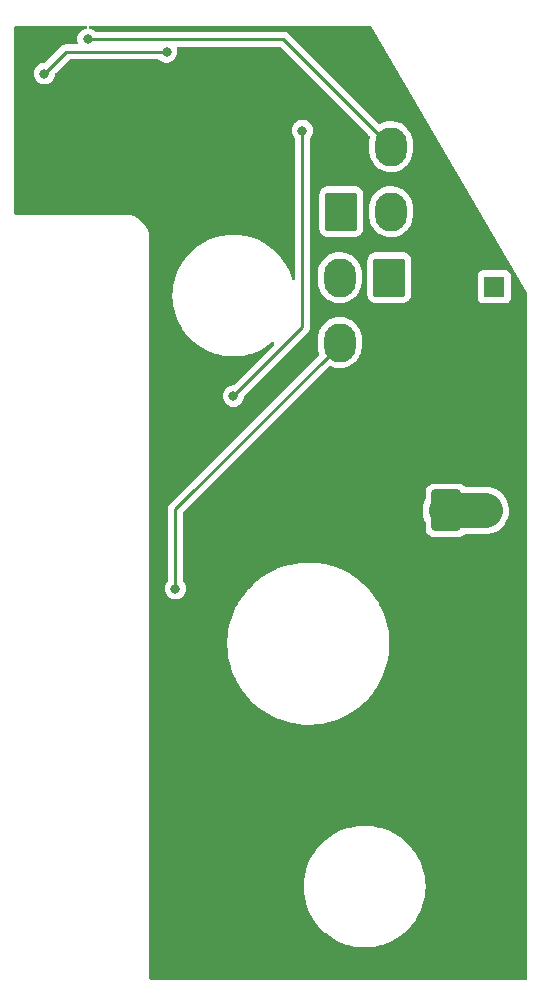
<source format=gbr>
%TF.GenerationSoftware,KiCad,Pcbnew,(6.0.9)*%
%TF.CreationDate,2022-12-16T22:56:41-09:00*%
%TF.ProjectId,PCB_ AV COOL PANEL,5043422c-2041-4562-9043-4f4f4c205041,rev?*%
%TF.SameCoordinates,Original*%
%TF.FileFunction,Copper,L2,Bot*%
%TF.FilePolarity,Positive*%
%FSLAX46Y46*%
G04 Gerber Fmt 4.6, Leading zero omitted, Abs format (unit mm)*
G04 Created by KiCad (PCBNEW (6.0.9)) date 2022-12-16 22:56:41*
%MOMM*%
%LPD*%
G01*
G04 APERTURE LIST*
G04 Aperture macros list*
%AMRoundRect*
0 Rectangle with rounded corners*
0 $1 Rounding radius*
0 $2 $3 $4 $5 $6 $7 $8 $9 X,Y pos of 4 corners*
0 Add a 4 corners polygon primitive as box body*
4,1,4,$2,$3,$4,$5,$6,$7,$8,$9,$2,$3,0*
0 Add four circle primitives for the rounded corners*
1,1,$1+$1,$2,$3*
1,1,$1+$1,$4,$5*
1,1,$1+$1,$6,$7*
1,1,$1+$1,$8,$9*
0 Add four rect primitives between the rounded corners*
20,1,$1+$1,$2,$3,$4,$5,0*
20,1,$1+$1,$4,$5,$6,$7,0*
20,1,$1+$1,$6,$7,$8,$9,0*
20,1,$1+$1,$8,$9,$2,$3,0*%
G04 Aperture macros list end*
%TA.AperFunction,SMDPad,CuDef*%
%ADD10RoundRect,0.250000X1.000000X-1.500000X1.000000X1.500000X-1.000000X1.500000X-1.000000X-1.500000X0*%
%TD*%
%TA.AperFunction,ComponentPad*%
%ADD11R,1.800000X1.800000*%
%TD*%
%TA.AperFunction,ComponentPad*%
%ADD12C,1.800000*%
%TD*%
%TA.AperFunction,ComponentPad*%
%ADD13RoundRect,0.250001X-1.099999X-1.399999X1.099999X-1.399999X1.099999X1.399999X-1.099999X1.399999X0*%
%TD*%
%TA.AperFunction,ComponentPad*%
%ADD14O,2.700000X3.300000*%
%TD*%
%TA.AperFunction,ComponentPad*%
%ADD15RoundRect,0.250001X1.099999X1.399999X-1.099999X1.399999X-1.099999X-1.399999X1.099999X-1.399999X0*%
%TD*%
%TA.AperFunction,ViaPad*%
%ADD16C,1.000000*%
%TD*%
%TA.AperFunction,ViaPad*%
%ADD17C,0.800000*%
%TD*%
%TA.AperFunction,Conductor*%
%ADD18C,3.000000*%
%TD*%
%TA.AperFunction,Conductor*%
%ADD19C,0.250000*%
%TD*%
G04 APERTURE END LIST*
D10*
%TO.P,C1,1*%
%TO.N,/LED+5V*%
X245872000Y-76096000D03*
%TO.P,C1,2*%
%TO.N,/LEDGND*%
X245872000Y-69596000D03*
%TD*%
D11*
%TO.P,D1,1,K*%
%TO.N,Net-(D1-Pad1)*%
X249936000Y-57150000D03*
D12*
%TO.P,D1,2,A*%
%TO.N,/LEDGND*%
X247396000Y-57150000D03*
%TD*%
D13*
%TO.P,J1,1,Pin_1*%
%TO.N,/LED+5V*%
X236982000Y-50800000D03*
D14*
%TO.P,J1,2,Pin_2*%
X241182000Y-50800000D03*
%TO.P,J1,3,Pin_3*%
%TO.N,/LEDGND*%
X236982000Y-45300000D03*
%TO.P,J1,4,Pin_4*%
%TO.N,/DATAIN*%
X241182000Y-45300000D03*
%TD*%
D15*
%TO.P,J2,1,Pin_1*%
%TO.N,/LED+5V*%
X241046000Y-56388000D03*
D14*
%TO.P,J2,2,Pin_2*%
X236846000Y-56388000D03*
%TO.P,J2,3,Pin_3*%
%TO.N,/LEDGND*%
X241046000Y-61888000D03*
%TO.P,J2,4,Pin_4*%
%TO.N,/DATAOUT*%
X236846000Y-61888000D03*
%TD*%
D16*
%TO.N,/LEDGND*%
X224282000Y-42037000D03*
X240702000Y-100621000D03*
X236398000Y-71704000D03*
X215212000Y-42111000D03*
X231902000Y-41783000D03*
X242138000Y-78054000D03*
X231699000Y-78054000D03*
X240741000Y-40462000D03*
X222936000Y-91618000D03*
X245694000Y-83388000D03*
X233426000Y-100584000D03*
X229591000Y-71526000D03*
X245528000Y-72861000D03*
%TO.N,/LED+5V*%
X248262000Y-76096000D03*
X249151000Y-76096000D03*
X247246000Y-76096000D03*
X246357000Y-76096000D03*
D17*
%TO.N,/DATAIN*%
X215519000Y-36195000D03*
%TO.N,/DATAOUT*%
X222936000Y-82728000D03*
%TO.N,Net-(D2-Pad2)*%
X222186500Y-37274500D03*
X211836000Y-39116000D03*
%TO.N,Net-(D5-Pad2)*%
X233680000Y-43942000D03*
X227838000Y-66421000D03*
%TD*%
D18*
%TO.N,/LED+5V*%
X249151000Y-76096000D02*
X249151000Y-76096000D01*
X248262000Y-76096000D02*
X249151000Y-76096000D01*
X247246000Y-76096000D02*
X248262000Y-76096000D01*
X246357000Y-76096000D02*
X247246000Y-76096000D01*
X245872000Y-76096000D02*
X246357000Y-76096000D01*
D19*
%TO.N,/DATAIN*%
X232077000Y-36195000D02*
X215519000Y-36195000D01*
X241182000Y-45300000D02*
X232077000Y-36195000D01*
%TO.N,/DATAOUT*%
X236846000Y-61888000D02*
X236846000Y-62087000D01*
X236846000Y-62087000D02*
X222936000Y-75997000D01*
X222936000Y-75997000D02*
X222936000Y-82728000D01*
%TO.N,Net-(D2-Pad2)*%
X222186500Y-37274500D02*
X213677500Y-37274500D01*
X213677500Y-37274500D02*
X211836000Y-39116000D01*
%TO.N,Net-(D5-Pad2)*%
X233680000Y-43942000D02*
X233680000Y-43942000D01*
X233680000Y-60579000D02*
X233680000Y-43942000D01*
X227838000Y-66421000D02*
X233680000Y-60579000D01*
%TD*%
%TA.AperFunction,Conductor*%
%TO.N,/LEDGND*%
G36*
X215393706Y-35072502D02*
G01*
X215440199Y-35126158D01*
X215450303Y-35196432D01*
X215420809Y-35261012D01*
X215361083Y-35299396D01*
X215351783Y-35301747D01*
X215236712Y-35326206D01*
X215230682Y-35328891D01*
X215230681Y-35328891D01*
X215068278Y-35401197D01*
X215068276Y-35401198D01*
X215062248Y-35403882D01*
X214907747Y-35516134D01*
X214903326Y-35521044D01*
X214903325Y-35521045D01*
X214794203Y-35642238D01*
X214779960Y-35658056D01*
X214684473Y-35823444D01*
X214625458Y-36005072D01*
X214605496Y-36195000D01*
X214625458Y-36384928D01*
X214627498Y-36391206D01*
X214655070Y-36476064D01*
X214657098Y-36547031D01*
X214620435Y-36607829D01*
X214556723Y-36639155D01*
X214535237Y-36641000D01*
X213756267Y-36641000D01*
X213745084Y-36640473D01*
X213737591Y-36638798D01*
X213729665Y-36639047D01*
X213729664Y-36639047D01*
X213669514Y-36640938D01*
X213665555Y-36641000D01*
X213637644Y-36641000D01*
X213633710Y-36641497D01*
X213633709Y-36641497D01*
X213633644Y-36641505D01*
X213621807Y-36642438D01*
X213589990Y-36643438D01*
X213585529Y-36643578D01*
X213577610Y-36643827D01*
X213559954Y-36648956D01*
X213558158Y-36649478D01*
X213538806Y-36653486D01*
X213531735Y-36654380D01*
X213518703Y-36656026D01*
X213511334Y-36658943D01*
X213511332Y-36658944D01*
X213477597Y-36672300D01*
X213466369Y-36676145D01*
X213423907Y-36688482D01*
X213417085Y-36692516D01*
X213417079Y-36692519D01*
X213406468Y-36698794D01*
X213388718Y-36707490D01*
X213377256Y-36712028D01*
X213377251Y-36712031D01*
X213369883Y-36714948D01*
X213363468Y-36719609D01*
X213334125Y-36740927D01*
X213324207Y-36747443D01*
X213305519Y-36758495D01*
X213286137Y-36769958D01*
X213271813Y-36784282D01*
X213256781Y-36797121D01*
X213240393Y-36809028D01*
X213222758Y-36830345D01*
X213212212Y-36843093D01*
X213204222Y-36851873D01*
X211885500Y-38170595D01*
X211823188Y-38204621D01*
X211796405Y-38207500D01*
X211740513Y-38207500D01*
X211734061Y-38208872D01*
X211734056Y-38208872D01*
X211647112Y-38227353D01*
X211553712Y-38247206D01*
X211547682Y-38249891D01*
X211547681Y-38249891D01*
X211385278Y-38322197D01*
X211385276Y-38322198D01*
X211379248Y-38324882D01*
X211224747Y-38437134D01*
X211096960Y-38579056D01*
X211001473Y-38744444D01*
X210942458Y-38926072D01*
X210922496Y-39116000D01*
X210942458Y-39305928D01*
X211001473Y-39487556D01*
X211096960Y-39652944D01*
X211224747Y-39794866D01*
X211379248Y-39907118D01*
X211385276Y-39909802D01*
X211385278Y-39909803D01*
X211547681Y-39982109D01*
X211553712Y-39984794D01*
X211647112Y-40004647D01*
X211734056Y-40023128D01*
X211734061Y-40023128D01*
X211740513Y-40024500D01*
X211931487Y-40024500D01*
X211937939Y-40023128D01*
X211937944Y-40023128D01*
X212024887Y-40004647D01*
X212118288Y-39984794D01*
X212124319Y-39982109D01*
X212286722Y-39909803D01*
X212286724Y-39909802D01*
X212292752Y-39907118D01*
X212447253Y-39794866D01*
X212575040Y-39652944D01*
X212670527Y-39487556D01*
X212729542Y-39305928D01*
X212746907Y-39140706D01*
X212773920Y-39075050D01*
X212783122Y-39064782D01*
X213902999Y-37944905D01*
X213965311Y-37910879D01*
X213992094Y-37908000D01*
X221478300Y-37908000D01*
X221546421Y-37928002D01*
X221565647Y-37944343D01*
X221565920Y-37944040D01*
X221570832Y-37948463D01*
X221575247Y-37953366D01*
X221729748Y-38065618D01*
X221735776Y-38068302D01*
X221735778Y-38068303D01*
X221898181Y-38140609D01*
X221904212Y-38143294D01*
X221997613Y-38163147D01*
X222084556Y-38181628D01*
X222084561Y-38181628D01*
X222091013Y-38183000D01*
X222281987Y-38183000D01*
X222288439Y-38181628D01*
X222288444Y-38181628D01*
X222375387Y-38163147D01*
X222468788Y-38143294D01*
X222474819Y-38140609D01*
X222637222Y-38068303D01*
X222637224Y-38068302D01*
X222643252Y-38065618D01*
X222797753Y-37953366D01*
X222820591Y-37928002D01*
X222921121Y-37816352D01*
X222921122Y-37816351D01*
X222925540Y-37811444D01*
X223021027Y-37646056D01*
X223080042Y-37464428D01*
X223100004Y-37274500D01*
X223080042Y-37084572D01*
X223050430Y-36993436D01*
X223048402Y-36922469D01*
X223085065Y-36861671D01*
X223148777Y-36830345D01*
X223170263Y-36828500D01*
X231762406Y-36828500D01*
X231830527Y-36848502D01*
X231851501Y-36865405D01*
X239358970Y-44372874D01*
X239392996Y-44435186D01*
X239389606Y-44501218D01*
X239375304Y-44544848D01*
X239373882Y-44549186D01*
X239373102Y-44553677D01*
X239373102Y-44553678D01*
X239341525Y-44735547D01*
X239327743Y-44814921D01*
X239323500Y-44900149D01*
X239323500Y-45668512D01*
X239338047Y-45869004D01*
X239339031Y-45873459D01*
X239339031Y-45873462D01*
X239377196Y-46046322D01*
X239396194Y-46132372D01*
X239397812Y-46136642D01*
X239463944Y-46311194D01*
X239491750Y-46384588D01*
X239622714Y-46620368D01*
X239625486Y-46624000D01*
X239739608Y-46773535D01*
X239786343Y-46834773D01*
X239979208Y-47023312D01*
X240197270Y-47182034D01*
X240297031Y-47234521D01*
X240431921Y-47305490D01*
X240431927Y-47305493D01*
X240435961Y-47307615D01*
X240440266Y-47309135D01*
X240440270Y-47309137D01*
X240685967Y-47395902D01*
X240690280Y-47397425D01*
X240818032Y-47422605D01*
X240950428Y-47448700D01*
X240950434Y-47448701D01*
X240954900Y-47449581D01*
X240959453Y-47449808D01*
X240959456Y-47449808D01*
X241219708Y-47462764D01*
X241219714Y-47462764D01*
X241224277Y-47462991D01*
X241492769Y-47437375D01*
X241497203Y-47436290D01*
X241497209Y-47436289D01*
X241750312Y-47374355D01*
X241754750Y-47373269D01*
X242004733Y-47272015D01*
X242237482Y-47135735D01*
X242448119Y-46967284D01*
X242632234Y-46770191D01*
X242785968Y-46548584D01*
X242906101Y-46307106D01*
X242990118Y-46050814D01*
X242990898Y-46046322D01*
X243035601Y-45788860D01*
X243035602Y-45788852D01*
X243036257Y-45785079D01*
X243040500Y-45699851D01*
X243040500Y-44931488D01*
X243025953Y-44730996D01*
X242988247Y-44560213D01*
X242968791Y-44472088D01*
X242968790Y-44472084D01*
X242967806Y-44467628D01*
X242872250Y-44215412D01*
X242741286Y-43979632D01*
X242577657Y-43765227D01*
X242384792Y-43576688D01*
X242166730Y-43417966D01*
X241992450Y-43326273D01*
X241932079Y-43294510D01*
X241932073Y-43294507D01*
X241928039Y-43292385D01*
X241923734Y-43290865D01*
X241923730Y-43290863D01*
X241678033Y-43204098D01*
X241678032Y-43204098D01*
X241673720Y-43202575D01*
X241545968Y-43177395D01*
X241413572Y-43151300D01*
X241413566Y-43151299D01*
X241409100Y-43150419D01*
X241404547Y-43150192D01*
X241404544Y-43150192D01*
X241144292Y-43137236D01*
X241144286Y-43137236D01*
X241139723Y-43137009D01*
X240871231Y-43162625D01*
X240866797Y-43163710D01*
X240866791Y-43163711D01*
X240613688Y-43225645D01*
X240609250Y-43226731D01*
X240359267Y-43327985D01*
X240316961Y-43352756D01*
X240283421Y-43372394D01*
X240214529Y-43389553D01*
X240147296Y-43366742D01*
X240130661Y-43352756D01*
X232580652Y-35802747D01*
X232573112Y-35794461D01*
X232569000Y-35787982D01*
X232519348Y-35741356D01*
X232516507Y-35738602D01*
X232496770Y-35718865D01*
X232493573Y-35716385D01*
X232484551Y-35708680D01*
X232458100Y-35683841D01*
X232452321Y-35678414D01*
X232445375Y-35674595D01*
X232445372Y-35674593D01*
X232434566Y-35668652D01*
X232418047Y-35657801D01*
X232412048Y-35653148D01*
X232402041Y-35645386D01*
X232394772Y-35642241D01*
X232394768Y-35642238D01*
X232361463Y-35627826D01*
X232350813Y-35622609D01*
X232312060Y-35601305D01*
X232292437Y-35596267D01*
X232273734Y-35589863D01*
X232262420Y-35584967D01*
X232262419Y-35584967D01*
X232255145Y-35581819D01*
X232247322Y-35580580D01*
X232247312Y-35580577D01*
X232211476Y-35574901D01*
X232199856Y-35572495D01*
X232164711Y-35563472D01*
X232164710Y-35563472D01*
X232157030Y-35561500D01*
X232136776Y-35561500D01*
X232117065Y-35559949D01*
X232104886Y-35558020D01*
X232097057Y-35556780D01*
X232089165Y-35557526D01*
X232053039Y-35560941D01*
X232041181Y-35561500D01*
X216227200Y-35561500D01*
X216159079Y-35541498D01*
X216139853Y-35525157D01*
X216139580Y-35525460D01*
X216134668Y-35521037D01*
X216130253Y-35516134D01*
X215975752Y-35403882D01*
X215969724Y-35401198D01*
X215969722Y-35401197D01*
X215807319Y-35328891D01*
X215807318Y-35328891D01*
X215801288Y-35326206D01*
X215686218Y-35301747D01*
X215623745Y-35268018D01*
X215589423Y-35205869D01*
X215594151Y-35135030D01*
X215636427Y-35077992D01*
X215702828Y-35052865D01*
X215712415Y-35052500D01*
X239411778Y-35052500D01*
X239479899Y-35072502D01*
X239520582Y-35114957D01*
X252712258Y-57702693D01*
X252729454Y-57766236D01*
X252729454Y-115697541D01*
X252709452Y-115765662D01*
X252655796Y-115812155D01*
X252603454Y-115823541D01*
X220852436Y-115823541D01*
X220784315Y-115803539D01*
X220737822Y-115749883D01*
X220726436Y-115697541D01*
X220726440Y-113100510D01*
X220726447Y-107950010D01*
X233794973Y-107950010D01*
X233814591Y-108399345D01*
X233873297Y-108845261D01*
X233970644Y-109284363D01*
X234105890Y-109713311D01*
X234278008Y-110128838D01*
X234485685Y-110527783D01*
X234727343Y-110907110D01*
X234729007Y-110909278D01*
X234729015Y-110909290D01*
X234999460Y-111261739D01*
X235001142Y-111263931D01*
X235003000Y-111265959D01*
X235003007Y-111265967D01*
X235303146Y-111593512D01*
X235304997Y-111595532D01*
X235307017Y-111597383D01*
X235634562Y-111897522D01*
X235634570Y-111897529D01*
X235636598Y-111899387D01*
X235638790Y-111901069D01*
X235991239Y-112171514D01*
X235991251Y-112171522D01*
X235993419Y-112173186D01*
X236372746Y-112414844D01*
X236771691Y-112622521D01*
X237187218Y-112794639D01*
X237460581Y-112880830D01*
X237613542Y-112929058D01*
X237613549Y-112929060D01*
X237616166Y-112929885D01*
X237618851Y-112930480D01*
X237618850Y-112930480D01*
X238052570Y-113026634D01*
X238052573Y-113026635D01*
X238055268Y-113027232D01*
X238057998Y-113027591D01*
X238058007Y-113027593D01*
X238278226Y-113056585D01*
X238501184Y-113085938D01*
X238769975Y-113097673D01*
X238833567Y-113100450D01*
X238833572Y-113100450D01*
X238834944Y-113100510D01*
X239066094Y-113100510D01*
X239067466Y-113100450D01*
X239067471Y-113100450D01*
X239131063Y-113097673D01*
X239399854Y-113085938D01*
X239622812Y-113056585D01*
X239843031Y-113027593D01*
X239843040Y-113027591D01*
X239845770Y-113027232D01*
X239848465Y-113026635D01*
X239848468Y-113026634D01*
X240282188Y-112930480D01*
X240282187Y-112930480D01*
X240284872Y-112929885D01*
X240287489Y-112929060D01*
X240287496Y-112929058D01*
X240440457Y-112880830D01*
X240713820Y-112794639D01*
X241129347Y-112622521D01*
X241528292Y-112414844D01*
X241907619Y-112173186D01*
X241909787Y-112171522D01*
X241909799Y-112171514D01*
X242262248Y-111901069D01*
X242264440Y-111899387D01*
X242266468Y-111897529D01*
X242266476Y-111897522D01*
X242594021Y-111597383D01*
X242596041Y-111595532D01*
X242597892Y-111593512D01*
X242898031Y-111265967D01*
X242898038Y-111265959D01*
X242899896Y-111263931D01*
X242901578Y-111261739D01*
X243172023Y-110909290D01*
X243172031Y-110909278D01*
X243173695Y-110907110D01*
X243415353Y-110527783D01*
X243623030Y-110128838D01*
X243795148Y-109713311D01*
X243930394Y-109284363D01*
X244027741Y-108845261D01*
X244086447Y-108399345D01*
X244106065Y-107950010D01*
X244086447Y-107500675D01*
X244027741Y-107054759D01*
X243930394Y-106615657D01*
X243795148Y-106186709D01*
X243623030Y-105771182D01*
X243415353Y-105372237D01*
X243173695Y-104992910D01*
X243172031Y-104990742D01*
X243172023Y-104990730D01*
X242901578Y-104638281D01*
X242899896Y-104636089D01*
X242898038Y-104634061D01*
X242898031Y-104634053D01*
X242597892Y-104306508D01*
X242596041Y-104304488D01*
X242594021Y-104302637D01*
X242266476Y-104002498D01*
X242266468Y-104002491D01*
X242264440Y-104000633D01*
X242262248Y-103998951D01*
X241909799Y-103728506D01*
X241909787Y-103728498D01*
X241907619Y-103726834D01*
X241528292Y-103485176D01*
X241129347Y-103277499D01*
X240713820Y-103105381D01*
X240440457Y-103019190D01*
X240287496Y-102970962D01*
X240287489Y-102970960D01*
X240284872Y-102970135D01*
X240200894Y-102951517D01*
X239848468Y-102873386D01*
X239848465Y-102873385D01*
X239845770Y-102872788D01*
X239843040Y-102872429D01*
X239843031Y-102872427D01*
X239622812Y-102843435D01*
X239399854Y-102814082D01*
X239131063Y-102802347D01*
X239067471Y-102799570D01*
X239067466Y-102799570D01*
X239066094Y-102799510D01*
X238834944Y-102799510D01*
X238833572Y-102799570D01*
X238833567Y-102799570D01*
X238769975Y-102802347D01*
X238501184Y-102814082D01*
X238278226Y-102843435D01*
X238058007Y-102872427D01*
X238057998Y-102872429D01*
X238055268Y-102872788D01*
X238052573Y-102873385D01*
X238052570Y-102873386D01*
X237700144Y-102951517D01*
X237616166Y-102970135D01*
X237613549Y-102970960D01*
X237613542Y-102970962D01*
X237460581Y-103019190D01*
X237187218Y-103105381D01*
X236771691Y-103277499D01*
X236372746Y-103485176D01*
X235993419Y-103726834D01*
X235991251Y-103728498D01*
X235991239Y-103728506D01*
X235638790Y-103998951D01*
X235636598Y-104000633D01*
X235634570Y-104002491D01*
X235634562Y-104002498D01*
X235307017Y-104302637D01*
X235304997Y-104304488D01*
X235303146Y-104306508D01*
X235003007Y-104634053D01*
X235003000Y-104634061D01*
X235001142Y-104636089D01*
X234999460Y-104638281D01*
X234729015Y-104990730D01*
X234729007Y-104990742D01*
X234727343Y-104992910D01*
X234485685Y-105372237D01*
X234278008Y-105771182D01*
X234105890Y-106186709D01*
X233970644Y-106615657D01*
X233873297Y-107054759D01*
X233814591Y-107500675D01*
X233794973Y-107950010D01*
X220726447Y-107950010D01*
X220726474Y-87447883D01*
X227324858Y-87447883D01*
X227349566Y-87962272D01*
X227412773Y-88473360D01*
X227514122Y-88978271D01*
X227514761Y-88980552D01*
X227595249Y-89267857D01*
X227653044Y-89474161D01*
X227653851Y-89476384D01*
X227755788Y-89757216D01*
X227828755Y-89958239D01*
X227829718Y-89960378D01*
X227829723Y-89960389D01*
X228018782Y-90380083D01*
X228040268Y-90427780D01*
X228041397Y-90429855D01*
X228285262Y-90878066D01*
X228285269Y-90878077D01*
X228286391Y-90880140D01*
X228565739Y-91312773D01*
X228876738Y-91723243D01*
X229217639Y-92109239D01*
X229219334Y-92110890D01*
X229509568Y-92393624D01*
X229586521Y-92468589D01*
X229981309Y-92799268D01*
X230399779Y-93099416D01*
X230839576Y-93367343D01*
X230841678Y-93368416D01*
X230841681Y-93368418D01*
X231296135Y-93600474D01*
X231296150Y-93600481D01*
X231298224Y-93601540D01*
X231300384Y-93602446D01*
X231300391Y-93602449D01*
X231582341Y-93720680D01*
X231773141Y-93800689D01*
X232261653Y-93963669D01*
X232761009Y-94089562D01*
X232763317Y-94089963D01*
X232763323Y-94089964D01*
X233040870Y-94138154D01*
X233268400Y-94177660D01*
X233270747Y-94177888D01*
X233270754Y-94177889D01*
X233778607Y-94227237D01*
X233778618Y-94227238D01*
X233780968Y-94227466D01*
X233783326Y-94227517D01*
X233783335Y-94227518D01*
X234096441Y-94234349D01*
X234295827Y-94238700D01*
X234536861Y-94225857D01*
X234807735Y-94211424D01*
X234807738Y-94211424D01*
X234810079Y-94211299D01*
X235084475Y-94175905D01*
X235318483Y-94145721D01*
X235318493Y-94145719D01*
X235320829Y-94145418D01*
X235825202Y-94041426D01*
X235827466Y-94040779D01*
X235827474Y-94040777D01*
X236318092Y-93900558D01*
X236318101Y-93900555D01*
X236320358Y-93899910D01*
X236322561Y-93899097D01*
X236322568Y-93899095D01*
X236801280Y-93722489D01*
X236801287Y-93722486D01*
X236803510Y-93721666D01*
X237271937Y-93507698D01*
X237273994Y-93506565D01*
X237720944Y-93260343D01*
X237720949Y-93260340D01*
X237723002Y-93259209D01*
X237724952Y-93257936D01*
X237724966Y-93257927D01*
X238152183Y-92978896D01*
X238154166Y-92977601D01*
X238162615Y-92971130D01*
X238366751Y-92814773D01*
X238563002Y-92664456D01*
X238947208Y-92321539D01*
X239304621Y-91950780D01*
X239633229Y-91554267D01*
X239931182Y-91134230D01*
X240006904Y-91008457D01*
X240195582Y-90695064D01*
X240195586Y-90695057D01*
X240196802Y-90693037D01*
X240428595Y-90233169D01*
X240625254Y-89757216D01*
X240785674Y-89267857D01*
X240908951Y-88767848D01*
X240935430Y-88610464D01*
X240993997Y-88262344D01*
X240994391Y-88260003D01*
X241041512Y-87747182D01*
X241051556Y-87376010D01*
X241032236Y-86861391D01*
X240974385Y-86349669D01*
X240878329Y-85843725D01*
X240763714Y-85417466D01*
X240745218Y-85348678D01*
X240745215Y-85348669D01*
X240744607Y-85346407D01*
X240573974Y-84860515D01*
X240573035Y-84858372D01*
X240573030Y-84858358D01*
X240368337Y-84390947D01*
X240368335Y-84390943D01*
X240367390Y-84388785D01*
X240199166Y-84071734D01*
X240127133Y-83935973D01*
X240127130Y-83935968D01*
X240126018Y-83933872D01*
X239851216Y-83498338D01*
X239544532Y-83084634D01*
X239394706Y-82911365D01*
X239209244Y-82696883D01*
X239209234Y-82696872D01*
X239207692Y-82695089D01*
X238842593Y-82331896D01*
X238451290Y-81997101D01*
X238214627Y-81823572D01*
X238037907Y-81693996D01*
X238037902Y-81693993D01*
X238035985Y-81692587D01*
X237927669Y-81625035D01*
X237601031Y-81421325D01*
X237601023Y-81421320D01*
X237599018Y-81420070D01*
X237142848Y-81181083D01*
X237140700Y-81180156D01*
X237140686Y-81180149D01*
X236672195Y-80977900D01*
X236672194Y-80977900D01*
X236670043Y-80976971D01*
X236492732Y-80915745D01*
X236185492Y-80809654D01*
X236185484Y-80809652D01*
X236183264Y-80808885D01*
X235921498Y-80739967D01*
X235687530Y-80678368D01*
X235687518Y-80678365D01*
X235685253Y-80677769D01*
X235682941Y-80677343D01*
X235682934Y-80677341D01*
X235419016Y-80628665D01*
X235178813Y-80584363D01*
X234666795Y-80529192D01*
X234664417Y-80529115D01*
X234664414Y-80529115D01*
X234154442Y-80512643D01*
X234154436Y-80512643D01*
X234152082Y-80512567D01*
X233637571Y-80534581D01*
X233400089Y-80562689D01*
X233128496Y-80594834D01*
X233128486Y-80594836D01*
X233126159Y-80595111D01*
X233123846Y-80595563D01*
X233123844Y-80595563D01*
X232623038Y-80693363D01*
X232623035Y-80693364D01*
X232620724Y-80693815D01*
X232124114Y-80830138D01*
X232121892Y-80830932D01*
X232121887Y-80830933D01*
X231712895Y-80976971D01*
X231639122Y-81003313D01*
X231359521Y-81127508D01*
X231170661Y-81211396D01*
X231170656Y-81211399D01*
X231168480Y-81212365D01*
X231166388Y-81213489D01*
X231166380Y-81213493D01*
X230716923Y-81454995D01*
X230716909Y-81455003D01*
X230714838Y-81456116D01*
X230280748Y-81733194D01*
X229868655Y-82042040D01*
X229866883Y-82043588D01*
X229866875Y-82043595D01*
X229535071Y-82333557D01*
X229480879Y-82380915D01*
X229479229Y-82382591D01*
X229479227Y-82382593D01*
X229121268Y-82746219D01*
X229121260Y-82746228D01*
X229119603Y-82747911D01*
X229118078Y-82749713D01*
X229118072Y-82749719D01*
X228970358Y-82924206D01*
X228786861Y-83140961D01*
X228785479Y-83142866D01*
X228785474Y-83142873D01*
X228594024Y-83406866D01*
X228484526Y-83557854D01*
X228483291Y-83559857D01*
X228483286Y-83559865D01*
X228251451Y-83935973D01*
X228214300Y-83996243D01*
X228213211Y-83998349D01*
X228213209Y-83998352D01*
X228012342Y-84386694D01*
X227977705Y-84453658D01*
X227976784Y-84455823D01*
X227976780Y-84455831D01*
X227780751Y-84916529D01*
X227776072Y-84927526D01*
X227610537Y-85415177D01*
X227482031Y-85913868D01*
X227421821Y-86250180D01*
X227404427Y-86347341D01*
X227391277Y-86420790D01*
X227391036Y-86423145D01*
X227391035Y-86423150D01*
X227346376Y-86859033D01*
X227338788Y-86933090D01*
X227330665Y-87233289D01*
X227324858Y-87447883D01*
X220726474Y-87447883D01*
X220726480Y-82728000D01*
X222022496Y-82728000D01*
X222042458Y-82917928D01*
X222101473Y-83099556D01*
X222196960Y-83264944D01*
X222324747Y-83406866D01*
X222479248Y-83519118D01*
X222485276Y-83521802D01*
X222485278Y-83521803D01*
X222647681Y-83594109D01*
X222653712Y-83596794D01*
X222747113Y-83616647D01*
X222834056Y-83635128D01*
X222834061Y-83635128D01*
X222840513Y-83636500D01*
X223031487Y-83636500D01*
X223037939Y-83635128D01*
X223037944Y-83635128D01*
X223124888Y-83616647D01*
X223218288Y-83596794D01*
X223224319Y-83594109D01*
X223386722Y-83521803D01*
X223386724Y-83521802D01*
X223392752Y-83519118D01*
X223547253Y-83406866D01*
X223675040Y-83264944D01*
X223770527Y-83099556D01*
X223829542Y-82917928D01*
X223849504Y-82728000D01*
X223829542Y-82538072D01*
X223770527Y-82356444D01*
X223675040Y-82191056D01*
X223601863Y-82109785D01*
X223571147Y-82045779D01*
X223569500Y-82025476D01*
X223569500Y-76311594D01*
X223589502Y-76243473D01*
X223606405Y-76222499D01*
X223803171Y-76025733D01*
X243859822Y-76025733D01*
X243859975Y-76030121D01*
X243859975Y-76030127D01*
X243867982Y-76259404D01*
X243869625Y-76306458D01*
X243870387Y-76310781D01*
X243870388Y-76310788D01*
X243894164Y-76445624D01*
X243918402Y-76583087D01*
X244005203Y-76850235D01*
X244007131Y-76854188D01*
X244007133Y-76854193D01*
X244100748Y-77046131D01*
X244113500Y-77101366D01*
X244113500Y-77646400D01*
X244124474Y-77752166D01*
X244180450Y-77919946D01*
X244273522Y-78070348D01*
X244398697Y-78195305D01*
X244404927Y-78199145D01*
X244404928Y-78199146D01*
X244542090Y-78283694D01*
X244549262Y-78288115D01*
X244629005Y-78314564D01*
X244710611Y-78341632D01*
X244710613Y-78341632D01*
X244717139Y-78343797D01*
X244723975Y-78344497D01*
X244723978Y-78344498D01*
X244767031Y-78348909D01*
X244821600Y-78354500D01*
X246922400Y-78354500D01*
X246925646Y-78354163D01*
X246925650Y-78354163D01*
X247021308Y-78344238D01*
X247021312Y-78344237D01*
X247028166Y-78343526D01*
X247034702Y-78341345D01*
X247034704Y-78341345D01*
X247166806Y-78297272D01*
X247195946Y-78287550D01*
X247346348Y-78194478D01*
X247399252Y-78141482D01*
X247461535Y-78107403D01*
X247488425Y-78104500D01*
X249221146Y-78104500D01*
X249223332Y-78104347D01*
X249223336Y-78104347D01*
X249426827Y-78090118D01*
X249426832Y-78090117D01*
X249431212Y-78089811D01*
X249705970Y-78031409D01*
X249710099Y-78029906D01*
X249710103Y-78029905D01*
X249965781Y-77936846D01*
X249965785Y-77936844D01*
X249969926Y-77935337D01*
X250217942Y-77803464D01*
X250288548Y-77752166D01*
X250441629Y-77640947D01*
X250441632Y-77640944D01*
X250445192Y-77638358D01*
X250647252Y-77443231D01*
X250820188Y-77221882D01*
X250822384Y-77218078D01*
X250822389Y-77218071D01*
X250958435Y-76982431D01*
X250960636Y-76978619D01*
X251065862Y-76718176D01*
X251099544Y-76583087D01*
X251132753Y-76449893D01*
X251132754Y-76449888D01*
X251133817Y-76445624D01*
X251155064Y-76243473D01*
X251162719Y-76170636D01*
X251162719Y-76170633D01*
X251163178Y-76166267D01*
X251158424Y-76030127D01*
X251153529Y-75889939D01*
X251153528Y-75889933D01*
X251153375Y-75885542D01*
X251151366Y-75874144D01*
X251111511Y-75648117D01*
X251104598Y-75608913D01*
X251017797Y-75341765D01*
X250894660Y-75089298D01*
X250892205Y-75085659D01*
X250892202Y-75085653D01*
X250819110Y-74977290D01*
X250737585Y-74856424D01*
X250549629Y-74647678D01*
X250334450Y-74467121D01*
X250096236Y-74318269D01*
X249839625Y-74204018D01*
X249569610Y-74126593D01*
X249565260Y-74125982D01*
X249565257Y-74125981D01*
X249462310Y-74111513D01*
X249291448Y-74087500D01*
X247488393Y-74087500D01*
X247420272Y-74067498D01*
X247399375Y-74050673D01*
X247350483Y-74001866D01*
X247345303Y-73996695D01*
X247339072Y-73992854D01*
X247200968Y-73907725D01*
X247200966Y-73907724D01*
X247194738Y-73903885D01*
X247034254Y-73850655D01*
X247033389Y-73850368D01*
X247033387Y-73850368D01*
X247026861Y-73848203D01*
X247020025Y-73847503D01*
X247020022Y-73847502D01*
X246976969Y-73843091D01*
X246922400Y-73837500D01*
X244821600Y-73837500D01*
X244818354Y-73837837D01*
X244818350Y-73837837D01*
X244722692Y-73847762D01*
X244722688Y-73847763D01*
X244715834Y-73848474D01*
X244709298Y-73850655D01*
X244709296Y-73850655D01*
X244577194Y-73894728D01*
X244548054Y-73904450D01*
X244397652Y-73997522D01*
X244272695Y-74122697D01*
X244179885Y-74273262D01*
X244124203Y-74441139D01*
X244113500Y-74545600D01*
X244113500Y-75091050D01*
X244096619Y-75154049D01*
X244062364Y-75213381D01*
X243957138Y-75473824D01*
X243956073Y-75478097D01*
X243956072Y-75478099D01*
X243896261Y-75717989D01*
X243889183Y-75746376D01*
X243888724Y-75750744D01*
X243888723Y-75750749D01*
X243860281Y-76021364D01*
X243859822Y-76025733D01*
X223803171Y-76025733D01*
X235925121Y-63903783D01*
X235987433Y-63869757D01*
X236058248Y-63874822D01*
X236072882Y-63881369D01*
X236095915Y-63893487D01*
X236095923Y-63893490D01*
X236099961Y-63895615D01*
X236104266Y-63897135D01*
X236104270Y-63897137D01*
X236349967Y-63983902D01*
X236354280Y-63985425D01*
X236482032Y-64010605D01*
X236614428Y-64036700D01*
X236614434Y-64036701D01*
X236618900Y-64037581D01*
X236623453Y-64037808D01*
X236623456Y-64037808D01*
X236883708Y-64050764D01*
X236883714Y-64050764D01*
X236888277Y-64050991D01*
X237156769Y-64025375D01*
X237161203Y-64024290D01*
X237161209Y-64024289D01*
X237414312Y-63962355D01*
X237418750Y-63961269D01*
X237668733Y-63860015D01*
X237901482Y-63723735D01*
X238112119Y-63555284D01*
X238296234Y-63358191D01*
X238449968Y-63136584D01*
X238570101Y-62895106D01*
X238615225Y-62757457D01*
X238652698Y-62643147D01*
X238652699Y-62643141D01*
X238654118Y-62638814D01*
X238663768Y-62583237D01*
X238699601Y-62376860D01*
X238699602Y-62376852D01*
X238700257Y-62373079D01*
X238704500Y-62287851D01*
X238704500Y-61519488D01*
X238689953Y-61318996D01*
X238688969Y-61314538D01*
X238632791Y-61060088D01*
X238632790Y-61060084D01*
X238631806Y-61055628D01*
X238571620Y-60896770D01*
X238537868Y-60807682D01*
X238537867Y-60807679D01*
X238536250Y-60803412D01*
X238405286Y-60567632D01*
X238323471Y-60460429D01*
X238244429Y-60356859D01*
X238244428Y-60356858D01*
X238241657Y-60353227D01*
X238048792Y-60164688D01*
X237830730Y-60005966D01*
X237730969Y-59953479D01*
X237596079Y-59882510D01*
X237596073Y-59882507D01*
X237592039Y-59880385D01*
X237587734Y-59878865D01*
X237587730Y-59878863D01*
X237342033Y-59792098D01*
X237342032Y-59792098D01*
X237337720Y-59790575D01*
X237209968Y-59765395D01*
X237077572Y-59739300D01*
X237077566Y-59739299D01*
X237073100Y-59738419D01*
X237068547Y-59738192D01*
X237068544Y-59738192D01*
X236808292Y-59725236D01*
X236808286Y-59725236D01*
X236803723Y-59725009D01*
X236535231Y-59750625D01*
X236530797Y-59751710D01*
X236530791Y-59751711D01*
X236277688Y-59813645D01*
X236273250Y-59814731D01*
X236023267Y-59915985D01*
X235790518Y-60052265D01*
X235579881Y-60220716D01*
X235395766Y-60417809D01*
X235242032Y-60639416D01*
X235121899Y-60880894D01*
X235120478Y-60885228D01*
X235120477Y-60885231D01*
X235055758Y-61082657D01*
X235037882Y-61137186D01*
X235037102Y-61141677D01*
X235037102Y-61141678D01*
X235005525Y-61323547D01*
X234991743Y-61402921D01*
X234987500Y-61488149D01*
X234987500Y-62256512D01*
X235002047Y-62457004D01*
X235003031Y-62461459D01*
X235003031Y-62461462D01*
X235041196Y-62634322D01*
X235060194Y-62720372D01*
X235061811Y-62724639D01*
X235061813Y-62724647D01*
X235101828Y-62830265D01*
X235107258Y-62901053D01*
X235073096Y-62964000D01*
X222543747Y-75493348D01*
X222535461Y-75500888D01*
X222528982Y-75505000D01*
X222523557Y-75510777D01*
X222482357Y-75554651D01*
X222479602Y-75557493D01*
X222459865Y-75577230D01*
X222457385Y-75580427D01*
X222449682Y-75589447D01*
X222419414Y-75621679D01*
X222415595Y-75628625D01*
X222415593Y-75628628D01*
X222409652Y-75639434D01*
X222398801Y-75655953D01*
X222386386Y-75671959D01*
X222383241Y-75679228D01*
X222383238Y-75679232D01*
X222368826Y-75712537D01*
X222363609Y-75723187D01*
X222342305Y-75761940D01*
X222340334Y-75769615D01*
X222340334Y-75769616D01*
X222337267Y-75781562D01*
X222330863Y-75800266D01*
X222322819Y-75818855D01*
X222321580Y-75826678D01*
X222321577Y-75826688D01*
X222315901Y-75862524D01*
X222313495Y-75874144D01*
X222310569Y-75885542D01*
X222302500Y-75916970D01*
X222302500Y-75937224D01*
X222300949Y-75956934D01*
X222297780Y-75976943D01*
X222298526Y-75984835D01*
X222301941Y-76020961D01*
X222302500Y-76032819D01*
X222302500Y-82025476D01*
X222282498Y-82093597D01*
X222270142Y-82109779D01*
X222196960Y-82191056D01*
X222101473Y-82356444D01*
X222042458Y-82538072D01*
X222022496Y-82728000D01*
X220726480Y-82728000D01*
X220726513Y-57912000D01*
X222682454Y-57912000D01*
X222702072Y-58361335D01*
X222760778Y-58807251D01*
X222858125Y-59246353D01*
X222993371Y-59675301D01*
X223165489Y-60090828D01*
X223373166Y-60489773D01*
X223614824Y-60869100D01*
X223616488Y-60871268D01*
X223616496Y-60871280D01*
X223772562Y-61074668D01*
X223888623Y-61225921D01*
X223890481Y-61227949D01*
X223890488Y-61227957D01*
X224130348Y-61489719D01*
X224192478Y-61557522D01*
X224194498Y-61559373D01*
X224522043Y-61859512D01*
X224522051Y-61859519D01*
X224524079Y-61861377D01*
X224526271Y-61863059D01*
X224878720Y-62133504D01*
X224878732Y-62133512D01*
X224880900Y-62135176D01*
X225260227Y-62376834D01*
X225659172Y-62584511D01*
X226074699Y-62756629D01*
X226308244Y-62830265D01*
X226501023Y-62891048D01*
X226501030Y-62891050D01*
X226503647Y-62891875D01*
X226506332Y-62892470D01*
X226506331Y-62892470D01*
X226940051Y-62988624D01*
X226940054Y-62988625D01*
X226942749Y-62989222D01*
X226945479Y-62989581D01*
X226945488Y-62989583D01*
X227165707Y-63018575D01*
X227388665Y-63047928D01*
X227657456Y-63059663D01*
X227721048Y-63062440D01*
X227721053Y-63062440D01*
X227722425Y-63062500D01*
X227953575Y-63062500D01*
X227954947Y-63062440D01*
X227954952Y-63062440D01*
X228018544Y-63059663D01*
X228287335Y-63047928D01*
X228510293Y-63018575D01*
X228730512Y-62989583D01*
X228730521Y-62989581D01*
X228733251Y-62989222D01*
X228735946Y-62988625D01*
X228735949Y-62988624D01*
X229169669Y-62892470D01*
X229169668Y-62892470D01*
X229172353Y-62891875D01*
X229174970Y-62891050D01*
X229174977Y-62891048D01*
X229367756Y-62830265D01*
X229601301Y-62756629D01*
X230016828Y-62584511D01*
X230415773Y-62376834D01*
X230795100Y-62135176D01*
X230797268Y-62133512D01*
X230797280Y-62133504D01*
X231130181Y-61878059D01*
X231196401Y-61852458D01*
X231265950Y-61866723D01*
X231316746Y-61916324D01*
X231332662Y-61985513D01*
X231308645Y-62052324D01*
X231295982Y-62067114D01*
X229524939Y-63838156D01*
X227887500Y-65475595D01*
X227825188Y-65509621D01*
X227798405Y-65512500D01*
X227742513Y-65512500D01*
X227736061Y-65513872D01*
X227736056Y-65513872D01*
X227649112Y-65532353D01*
X227555712Y-65552206D01*
X227549682Y-65554891D01*
X227549681Y-65554891D01*
X227387278Y-65627197D01*
X227387276Y-65627198D01*
X227381248Y-65629882D01*
X227226747Y-65742134D01*
X227098960Y-65884056D01*
X227003473Y-66049444D01*
X226944458Y-66231072D01*
X226924496Y-66421000D01*
X226944458Y-66610928D01*
X227003473Y-66792556D01*
X227098960Y-66957944D01*
X227226747Y-67099866D01*
X227381248Y-67212118D01*
X227387276Y-67214802D01*
X227387278Y-67214803D01*
X227549681Y-67287109D01*
X227555712Y-67289794D01*
X227649113Y-67309647D01*
X227736056Y-67328128D01*
X227736061Y-67328128D01*
X227742513Y-67329500D01*
X227933487Y-67329500D01*
X227939939Y-67328128D01*
X227939944Y-67328128D01*
X228026888Y-67309647D01*
X228120288Y-67289794D01*
X228126319Y-67287109D01*
X228288722Y-67214803D01*
X228288724Y-67214802D01*
X228294752Y-67212118D01*
X228449253Y-67099866D01*
X228577040Y-66957944D01*
X228672527Y-66792556D01*
X228731542Y-66610928D01*
X228748907Y-66445706D01*
X228775920Y-66380050D01*
X228785122Y-66369782D01*
X234072247Y-61082657D01*
X234080537Y-61075113D01*
X234087018Y-61071000D01*
X234133659Y-61021332D01*
X234136413Y-61018491D01*
X234156135Y-60998769D01*
X234158612Y-60995576D01*
X234166317Y-60986555D01*
X234191159Y-60960100D01*
X234196586Y-60954321D01*
X234200407Y-60947371D01*
X234206346Y-60936568D01*
X234217202Y-60920041D01*
X234224757Y-60910302D01*
X234224758Y-60910300D01*
X234229614Y-60904040D01*
X234247174Y-60863460D01*
X234252391Y-60852812D01*
X234269875Y-60821009D01*
X234269876Y-60821007D01*
X234273695Y-60814060D01*
X234278733Y-60794437D01*
X234285137Y-60775734D01*
X234290033Y-60764420D01*
X234290033Y-60764419D01*
X234293181Y-60757145D01*
X234294420Y-60749322D01*
X234294423Y-60749312D01*
X234300099Y-60713476D01*
X234302505Y-60701856D01*
X234311528Y-60666711D01*
X234311528Y-60666710D01*
X234313500Y-60659030D01*
X234313500Y-60638776D01*
X234315051Y-60619065D01*
X234316980Y-60606886D01*
X234318220Y-60599057D01*
X234314059Y-60555038D01*
X234313500Y-60543181D01*
X234313500Y-56756512D01*
X234987500Y-56756512D01*
X235002047Y-56957004D01*
X235003031Y-56961459D01*
X235003031Y-56961462D01*
X235041196Y-57134322D01*
X235060194Y-57220372D01*
X235061812Y-57224642D01*
X235151991Y-57462665D01*
X235155750Y-57472588D01*
X235286714Y-57708368D01*
X235289486Y-57712000D01*
X235403608Y-57861535D01*
X235450343Y-57922773D01*
X235453609Y-57925966D01*
X235453611Y-57925968D01*
X235478914Y-57950703D01*
X235643208Y-58111312D01*
X235861270Y-58270034D01*
X235925622Y-58303891D01*
X236095921Y-58393490D01*
X236095927Y-58393493D01*
X236099961Y-58395615D01*
X236104266Y-58397135D01*
X236104270Y-58397137D01*
X236337643Y-58479550D01*
X236354280Y-58485425D01*
X236482032Y-58510605D01*
X236614428Y-58536700D01*
X236614434Y-58536701D01*
X236618900Y-58537581D01*
X236623453Y-58537808D01*
X236623456Y-58537808D01*
X236883708Y-58550764D01*
X236883714Y-58550764D01*
X236888277Y-58550991D01*
X237156769Y-58525375D01*
X237161203Y-58524290D01*
X237161209Y-58524289D01*
X237414312Y-58462355D01*
X237418750Y-58461269D01*
X237668733Y-58360015D01*
X237901482Y-58223735D01*
X238112119Y-58055284D01*
X238296234Y-57858191D01*
X238309963Y-57838400D01*
X239187500Y-57838400D01*
X239187837Y-57841646D01*
X239187837Y-57841650D01*
X239195878Y-57919141D01*
X239198474Y-57944165D01*
X239254450Y-58111945D01*
X239347522Y-58262348D01*
X239472697Y-58387305D01*
X239478927Y-58391145D01*
X239478928Y-58391146D01*
X239616090Y-58475694D01*
X239623262Y-58480115D01*
X239668830Y-58495229D01*
X239784611Y-58533632D01*
X239784613Y-58533632D01*
X239791139Y-58535797D01*
X239797975Y-58536497D01*
X239797978Y-58536498D01*
X239841031Y-58540909D01*
X239895600Y-58546500D01*
X242196400Y-58546500D01*
X242199646Y-58546163D01*
X242199650Y-58546163D01*
X242295307Y-58536238D01*
X242295311Y-58536237D01*
X242302165Y-58535526D01*
X242308701Y-58533345D01*
X242308703Y-58533345D01*
X242449689Y-58486308D01*
X242469945Y-58479550D01*
X242620348Y-58386478D01*
X242745305Y-58261303D01*
X242749146Y-58255072D01*
X242834275Y-58116968D01*
X242834276Y-58116966D01*
X242838115Y-58110738D01*
X242842296Y-58098134D01*
X248527500Y-58098134D01*
X248534255Y-58160316D01*
X248585385Y-58296705D01*
X248672739Y-58413261D01*
X248789295Y-58500615D01*
X248925684Y-58551745D01*
X248987866Y-58558500D01*
X250884134Y-58558500D01*
X250946316Y-58551745D01*
X251082705Y-58500615D01*
X251199261Y-58413261D01*
X251286615Y-58296705D01*
X251337745Y-58160316D01*
X251344500Y-58098134D01*
X251344500Y-56201866D01*
X251337745Y-56139684D01*
X251286615Y-56003295D01*
X251199261Y-55886739D01*
X251082705Y-55799385D01*
X250946316Y-55748255D01*
X250884134Y-55741500D01*
X248987866Y-55741500D01*
X248925684Y-55748255D01*
X248789295Y-55799385D01*
X248672739Y-55886739D01*
X248585385Y-56003295D01*
X248534255Y-56139684D01*
X248527500Y-56201866D01*
X248527500Y-58098134D01*
X242842296Y-58098134D01*
X242893797Y-57942861D01*
X242896228Y-57919141D01*
X242898909Y-57892969D01*
X242904500Y-57838400D01*
X242904500Y-54937600D01*
X242902100Y-54914465D01*
X242894238Y-54838693D01*
X242894237Y-54838689D01*
X242893526Y-54831835D01*
X242837550Y-54664055D01*
X242744478Y-54513652D01*
X242619303Y-54388695D01*
X242603353Y-54378863D01*
X242474968Y-54299725D01*
X242474966Y-54299724D01*
X242468738Y-54295885D01*
X242332283Y-54250625D01*
X242307389Y-54242368D01*
X242307387Y-54242368D01*
X242300861Y-54240203D01*
X242294025Y-54239503D01*
X242294022Y-54239502D01*
X242250969Y-54235091D01*
X242196400Y-54229500D01*
X239895600Y-54229500D01*
X239892354Y-54229837D01*
X239892350Y-54229837D01*
X239796693Y-54239762D01*
X239796689Y-54239763D01*
X239789835Y-54240474D01*
X239783299Y-54242655D01*
X239783297Y-54242655D01*
X239705837Y-54268498D01*
X239622055Y-54296450D01*
X239471652Y-54389522D01*
X239346695Y-54514697D01*
X239342855Y-54520927D01*
X239342854Y-54520928D01*
X239323538Y-54552265D01*
X239253885Y-54665262D01*
X239198203Y-54833139D01*
X239197503Y-54839975D01*
X239197502Y-54839978D01*
X239193091Y-54883031D01*
X239187500Y-54937600D01*
X239187500Y-57838400D01*
X238309963Y-57838400D01*
X238449968Y-57636584D01*
X238570101Y-57395106D01*
X238581345Y-57360806D01*
X238652698Y-57143147D01*
X238652699Y-57143141D01*
X238654118Y-57138814D01*
X238654898Y-57134322D01*
X238699601Y-56876860D01*
X238699602Y-56876852D01*
X238700257Y-56873079D01*
X238704500Y-56787851D01*
X238704500Y-56019488D01*
X238703936Y-56011703D01*
X238690283Y-55823547D01*
X238689953Y-55818996D01*
X238688969Y-55814538D01*
X238632791Y-55560088D01*
X238632790Y-55560084D01*
X238631806Y-55555628D01*
X238584028Y-55429520D01*
X238537868Y-55307682D01*
X238537867Y-55307679D01*
X238536250Y-55303412D01*
X238405286Y-55067632D01*
X238303568Y-54934350D01*
X238244429Y-54856859D01*
X238244428Y-54856858D01*
X238241657Y-54853227D01*
X238214431Y-54826611D01*
X238109523Y-54724057D01*
X238048792Y-54664688D01*
X237830730Y-54505966D01*
X237730969Y-54453479D01*
X237596079Y-54382510D01*
X237596073Y-54382507D01*
X237592039Y-54380385D01*
X237587734Y-54378865D01*
X237587730Y-54378863D01*
X237342033Y-54292098D01*
X237342032Y-54292098D01*
X237337720Y-54290575D01*
X237206070Y-54264627D01*
X237077572Y-54239300D01*
X237077566Y-54239299D01*
X237073100Y-54238419D01*
X237068547Y-54238192D01*
X237068544Y-54238192D01*
X236808292Y-54225236D01*
X236808286Y-54225236D01*
X236803723Y-54225009D01*
X236535231Y-54250625D01*
X236530797Y-54251710D01*
X236530791Y-54251711D01*
X236332200Y-54300306D01*
X236273250Y-54314731D01*
X236023267Y-54415985D01*
X235790518Y-54552265D01*
X235579881Y-54720716D01*
X235395766Y-54917809D01*
X235242032Y-55139416D01*
X235121899Y-55380894D01*
X235037882Y-55637186D01*
X235037102Y-55641677D01*
X235037102Y-55641678D01*
X234994553Y-55886739D01*
X234991743Y-55902921D01*
X234987500Y-55988149D01*
X234987500Y-56756512D01*
X234313500Y-56756512D01*
X234313500Y-52250400D01*
X235123500Y-52250400D01*
X235123837Y-52253646D01*
X235123837Y-52253650D01*
X235133004Y-52341993D01*
X235134474Y-52356165D01*
X235190450Y-52523945D01*
X235283522Y-52674348D01*
X235408697Y-52799305D01*
X235414927Y-52803145D01*
X235414928Y-52803146D01*
X235552090Y-52887694D01*
X235559262Y-52892115D01*
X235639005Y-52918564D01*
X235720611Y-52945632D01*
X235720613Y-52945632D01*
X235727139Y-52947797D01*
X235733975Y-52948497D01*
X235733978Y-52948498D01*
X235777031Y-52952909D01*
X235831600Y-52958500D01*
X238132400Y-52958500D01*
X238135646Y-52958163D01*
X238135650Y-52958163D01*
X238231307Y-52948238D01*
X238231311Y-52948237D01*
X238238165Y-52947526D01*
X238244701Y-52945345D01*
X238244703Y-52945345D01*
X238385689Y-52898308D01*
X238405945Y-52891550D01*
X238556348Y-52798478D01*
X238681305Y-52673303D01*
X238685146Y-52667072D01*
X238770275Y-52528968D01*
X238770276Y-52528966D01*
X238774115Y-52522738D01*
X238829797Y-52354861D01*
X238830737Y-52345693D01*
X238834909Y-52304969D01*
X238840500Y-52250400D01*
X238840500Y-51168512D01*
X239323500Y-51168512D01*
X239338047Y-51369004D01*
X239339031Y-51373459D01*
X239339031Y-51373462D01*
X239377196Y-51546322D01*
X239396194Y-51632372D01*
X239436266Y-51738141D01*
X239485360Y-51867721D01*
X239491750Y-51884588D01*
X239527629Y-51949182D01*
X239595994Y-52072262D01*
X239622714Y-52120368D01*
X239625486Y-52124000D01*
X239739608Y-52273535D01*
X239786343Y-52334773D01*
X239789609Y-52337966D01*
X239789611Y-52337968D01*
X239814914Y-52362703D01*
X239979208Y-52523312D01*
X240197270Y-52682034D01*
X240297031Y-52734521D01*
X240431921Y-52805490D01*
X240431927Y-52805493D01*
X240435961Y-52807615D01*
X240440266Y-52809135D01*
X240440270Y-52809137D01*
X240673643Y-52891550D01*
X240690280Y-52897425D01*
X240818032Y-52922605D01*
X240950428Y-52948700D01*
X240950434Y-52948701D01*
X240954900Y-52949581D01*
X240959453Y-52949808D01*
X240959456Y-52949808D01*
X241219708Y-52962764D01*
X241219714Y-52962764D01*
X241224277Y-52962991D01*
X241492769Y-52937375D01*
X241497203Y-52936290D01*
X241497209Y-52936289D01*
X241750312Y-52874355D01*
X241754750Y-52873269D01*
X242004733Y-52772015D01*
X242237482Y-52635735D01*
X242448119Y-52467284D01*
X242632234Y-52270191D01*
X242785968Y-52048584D01*
X242796006Y-52028408D01*
X242845466Y-51928987D01*
X242906101Y-51807106D01*
X242928709Y-51738141D01*
X242988698Y-51555147D01*
X242988699Y-51555141D01*
X242990118Y-51550814D01*
X243001878Y-51483084D01*
X243035601Y-51288860D01*
X243035602Y-51288852D01*
X243036257Y-51285079D01*
X243036818Y-51273817D01*
X243040422Y-51201422D01*
X243040422Y-51201414D01*
X243040500Y-51199851D01*
X243040500Y-50431488D01*
X243025953Y-50230996D01*
X243024969Y-50226538D01*
X242968791Y-49972088D01*
X242968790Y-49972084D01*
X242967806Y-49967628D01*
X242920028Y-49841520D01*
X242873868Y-49719682D01*
X242873867Y-49719679D01*
X242872250Y-49715412D01*
X242741286Y-49479632D01*
X242639568Y-49346350D01*
X242580429Y-49268859D01*
X242580428Y-49268858D01*
X242577657Y-49265227D01*
X242550431Y-49238611D01*
X242445523Y-49136057D01*
X242384792Y-49076688D01*
X242166730Y-48917966D01*
X242066969Y-48865479D01*
X241932079Y-48794510D01*
X241932073Y-48794507D01*
X241928039Y-48792385D01*
X241923734Y-48790865D01*
X241923730Y-48790863D01*
X241678033Y-48704098D01*
X241678032Y-48704098D01*
X241673720Y-48702575D01*
X241545968Y-48677395D01*
X241413572Y-48651300D01*
X241413566Y-48651299D01*
X241409100Y-48650419D01*
X241404547Y-48650192D01*
X241404544Y-48650192D01*
X241144292Y-48637236D01*
X241144286Y-48637236D01*
X241139723Y-48637009D01*
X240871231Y-48662625D01*
X240866797Y-48663710D01*
X240866791Y-48663711D01*
X240668200Y-48712306D01*
X240609250Y-48726731D01*
X240359267Y-48827985D01*
X240126518Y-48964265D01*
X239915881Y-49132716D01*
X239731766Y-49329809D01*
X239578032Y-49551416D01*
X239457899Y-49792894D01*
X239373882Y-50049186D01*
X239373102Y-50053677D01*
X239373102Y-50053678D01*
X239341525Y-50235547D01*
X239327743Y-50314921D01*
X239323500Y-50400149D01*
X239323500Y-51168512D01*
X238840500Y-51168512D01*
X238840500Y-49349600D01*
X238838100Y-49326465D01*
X238830238Y-49250693D01*
X238830237Y-49250689D01*
X238829526Y-49243835D01*
X238773550Y-49076055D01*
X238680478Y-48925652D01*
X238555303Y-48800695D01*
X238539353Y-48790863D01*
X238410968Y-48711725D01*
X238410966Y-48711724D01*
X238404738Y-48707885D01*
X238268283Y-48662625D01*
X238243389Y-48654368D01*
X238243387Y-48654368D01*
X238236861Y-48652203D01*
X238230025Y-48651503D01*
X238230022Y-48651502D01*
X238186969Y-48647091D01*
X238132400Y-48641500D01*
X235831600Y-48641500D01*
X235828354Y-48641837D01*
X235828350Y-48641837D01*
X235732693Y-48651762D01*
X235732689Y-48651763D01*
X235725835Y-48652474D01*
X235719299Y-48654655D01*
X235719297Y-48654655D01*
X235587195Y-48698728D01*
X235558055Y-48708450D01*
X235407652Y-48801522D01*
X235282695Y-48926697D01*
X235278855Y-48932927D01*
X235278854Y-48932928D01*
X235259538Y-48964265D01*
X235189885Y-49077262D01*
X235134203Y-49245139D01*
X235133503Y-49251975D01*
X235133502Y-49251978D01*
X235129091Y-49295031D01*
X235123500Y-49349600D01*
X235123500Y-52250400D01*
X234313500Y-52250400D01*
X234313500Y-44644524D01*
X234333502Y-44576403D01*
X234345858Y-44560221D01*
X234419040Y-44478944D01*
X234514527Y-44313556D01*
X234573542Y-44131928D01*
X234589931Y-43976000D01*
X234592814Y-43948565D01*
X234593504Y-43942000D01*
X234592814Y-43935435D01*
X234574232Y-43758635D01*
X234574232Y-43758633D01*
X234573542Y-43752072D01*
X234514527Y-43570444D01*
X234419040Y-43405056D01*
X234351721Y-43330290D01*
X234295675Y-43268045D01*
X234295674Y-43268044D01*
X234291253Y-43263134D01*
X234152915Y-43162625D01*
X234142094Y-43154763D01*
X234142093Y-43154762D01*
X234136752Y-43150882D01*
X234130724Y-43148198D01*
X234130722Y-43148197D01*
X233968319Y-43075891D01*
X233968318Y-43075891D01*
X233962288Y-43073206D01*
X233868887Y-43053353D01*
X233781944Y-43034872D01*
X233781939Y-43034872D01*
X233775487Y-43033500D01*
X233584513Y-43033500D01*
X233578061Y-43034872D01*
X233578056Y-43034872D01*
X233491112Y-43053353D01*
X233397712Y-43073206D01*
X233391682Y-43075891D01*
X233391681Y-43075891D01*
X233229278Y-43148197D01*
X233229276Y-43148198D01*
X233223248Y-43150882D01*
X233217907Y-43154762D01*
X233217906Y-43154763D01*
X233207085Y-43162625D01*
X233068747Y-43263134D01*
X233064326Y-43268044D01*
X233064325Y-43268045D01*
X233008280Y-43330290D01*
X232940960Y-43405056D01*
X232845473Y-43570444D01*
X232786458Y-43752072D01*
X232785768Y-43758633D01*
X232785768Y-43758635D01*
X232767186Y-43935435D01*
X232766496Y-43942000D01*
X232767186Y-43948565D01*
X232770070Y-43976000D01*
X232786458Y-44131928D01*
X232845473Y-44313556D01*
X232940960Y-44478944D01*
X233014137Y-44560215D01*
X233044853Y-44624221D01*
X233046500Y-44644524D01*
X233046500Y-56484118D01*
X233026498Y-56552239D01*
X232972842Y-56598732D01*
X232902568Y-56608836D01*
X232837988Y-56579342D01*
X232800332Y-56522007D01*
X232683458Y-56151327D01*
X232683455Y-56151319D01*
X232682629Y-56148699D01*
X232510511Y-55733172D01*
X232302834Y-55334227D01*
X232061176Y-54954900D01*
X232059512Y-54952732D01*
X232059504Y-54952720D01*
X231789059Y-54600271D01*
X231787377Y-54598079D01*
X231785519Y-54596051D01*
X231785512Y-54596043D01*
X231485373Y-54268498D01*
X231483522Y-54266478D01*
X231457524Y-54242655D01*
X231153957Y-53964488D01*
X231153949Y-53964481D01*
X231151921Y-53962623D01*
X231149729Y-53960941D01*
X230797280Y-53690496D01*
X230797268Y-53690488D01*
X230795100Y-53688824D01*
X230415773Y-53447166D01*
X230016828Y-53239489D01*
X229601301Y-53067371D01*
X229269528Y-52962764D01*
X229174977Y-52932952D01*
X229174970Y-52932950D01*
X229172353Y-52932125D01*
X228999788Y-52893868D01*
X228735949Y-52835376D01*
X228735946Y-52835375D01*
X228733251Y-52834778D01*
X228730521Y-52834419D01*
X228730512Y-52834417D01*
X228486799Y-52802332D01*
X228287335Y-52776072D01*
X228018544Y-52764337D01*
X227954952Y-52761560D01*
X227954947Y-52761560D01*
X227953575Y-52761500D01*
X227722425Y-52761500D01*
X227721053Y-52761560D01*
X227721048Y-52761560D01*
X227657456Y-52764337D01*
X227388665Y-52776072D01*
X227189201Y-52802332D01*
X226945488Y-52834417D01*
X226945479Y-52834419D01*
X226942749Y-52834778D01*
X226940054Y-52835375D01*
X226940051Y-52835376D01*
X226676212Y-52893868D01*
X226503647Y-52932125D01*
X226501030Y-52932950D01*
X226501023Y-52932952D01*
X226406472Y-52962764D01*
X226074699Y-53067371D01*
X225659172Y-53239489D01*
X225260227Y-53447166D01*
X224880900Y-53688824D01*
X224878732Y-53690488D01*
X224878720Y-53690496D01*
X224526271Y-53960941D01*
X224524079Y-53962623D01*
X224522051Y-53964481D01*
X224522043Y-53964488D01*
X224218476Y-54242655D01*
X224192478Y-54266478D01*
X224190627Y-54268498D01*
X223890488Y-54596043D01*
X223890481Y-54596051D01*
X223888623Y-54598079D01*
X223886941Y-54600271D01*
X223616496Y-54952720D01*
X223616488Y-54952732D01*
X223614824Y-54954900D01*
X223373166Y-55334227D01*
X223165489Y-55733172D01*
X222993371Y-56148699D01*
X222858125Y-56577647D01*
X222760778Y-57016749D01*
X222760419Y-57019479D01*
X222760417Y-57019488D01*
X222733408Y-57224642D01*
X222702072Y-57462665D01*
X222682454Y-57912000D01*
X220726513Y-57912000D01*
X220726519Y-53202762D01*
X220728265Y-53181856D01*
X220730789Y-53166855D01*
X220731595Y-53162065D01*
X220731748Y-53149513D01*
X220731030Y-53144495D01*
X220730028Y-53134879D01*
X220713289Y-52879462D01*
X220713289Y-52879458D01*
X220713019Y-52875346D01*
X220659419Y-52605869D01*
X220571103Y-52345693D01*
X220449584Y-52099271D01*
X220329984Y-51920275D01*
X220299230Y-51874247D01*
X220299226Y-51874242D01*
X220296939Y-51870819D01*
X220115782Y-51664245D01*
X220112685Y-51661529D01*
X220112679Y-51661523D01*
X219912318Y-51485809D01*
X219909211Y-51483084D01*
X219680762Y-51330435D01*
X219677071Y-51328615D01*
X219677068Y-51328613D01*
X219438031Y-51210731D01*
X219438028Y-51210730D01*
X219434342Y-51208912D01*
X219308584Y-51166221D01*
X219178066Y-51121914D01*
X219178063Y-51121913D01*
X219174168Y-51120591D01*
X218904693Y-51066986D01*
X218663093Y-51051148D01*
X218650430Y-51049671D01*
X218643077Y-51048434D01*
X218636745Y-51048357D01*
X218635390Y-51048340D01*
X218635386Y-51048340D01*
X218630525Y-51048281D01*
X218602915Y-51052235D01*
X218602563Y-51052285D01*
X218584703Y-51053557D01*
X209422414Y-51053557D01*
X209354293Y-51033555D01*
X209307800Y-50979899D01*
X209296414Y-50927556D01*
X209296471Y-39982109D01*
X209296496Y-35178498D01*
X209316498Y-35110379D01*
X209370154Y-35063886D01*
X209422496Y-35052500D01*
X215325585Y-35052500D01*
X215393706Y-35072502D01*
G37*
%TD.AperFunction*%
%TD*%
M02*

</source>
